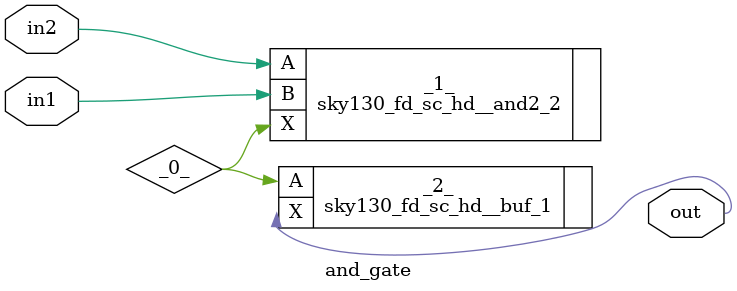
<source format=v>
/* Generated by Yosys 0.12+45 (git sha1 UNKNOWN, gcc 8.3.1 -fPIC -Os) */

module and_gate(in1, in2, out);
  wire _0_;
  input in1;
  input in2;
  output out;
  sky130_fd_sc_hd__and2_2 _1_ (
    .A(in2),
    .B(in1),
    .X(_0_)
  );
  sky130_fd_sc_hd__buf_1 _2_ (
    .A(_0_),
    .X(out)
  );
endmodule

</source>
